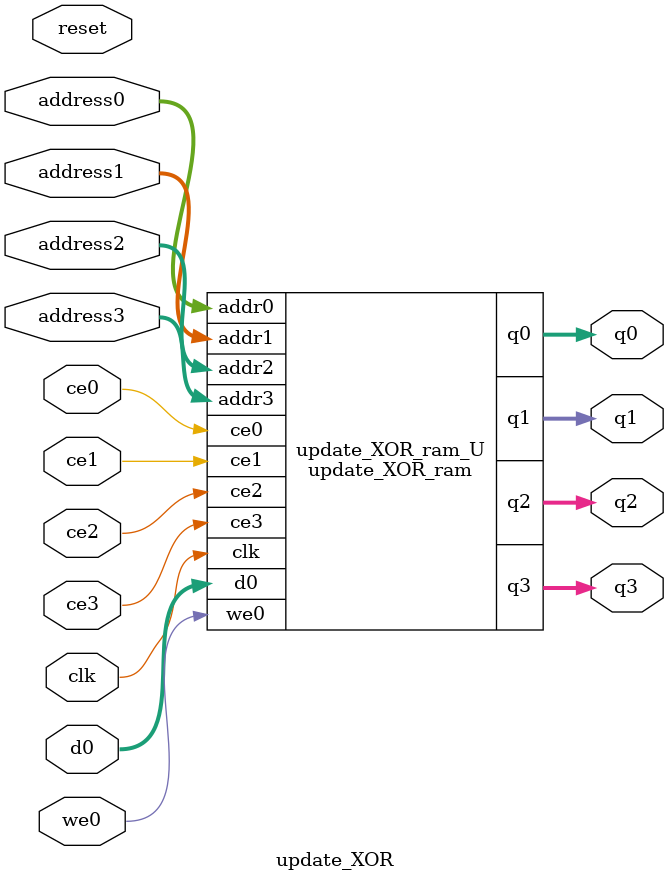
<source format=v>
`timescale 1 ns / 1 ps
module update_XOR_ram (addr0, ce0, d0, we0, q0, addr1, ce1, q1, addr2, ce2, q2, addr3, ce3, q3,  clk);

parameter DWIDTH = 8;
parameter AWIDTH = 4;
parameter MEM_SIZE = 16;

input[AWIDTH-1:0] addr0;
input ce0;
input[DWIDTH-1:0] d0;
input we0;
output reg[DWIDTH-1:0] q0;
input[AWIDTH-1:0] addr1;
input ce1;
output reg[DWIDTH-1:0] q1;
input[AWIDTH-1:0] addr2;
input ce2;
output reg[DWIDTH-1:0] q2;
input[AWIDTH-1:0] addr3;
input ce3;
output reg[DWIDTH-1:0] q3;
input clk;

reg [DWIDTH-1:0] ram0[0:MEM_SIZE-1];
reg [DWIDTH-1:0] ram1[0:MEM_SIZE-1];
reg [DWIDTH-1:0] ram2[0:MEM_SIZE-1];



always @(posedge clk)  
begin 
    if (ce0) begin
        if (we0) 
            ram0[addr0] <= d0; 
        q0 <= ram0[addr0];
    end
end


always @(posedge clk)  
begin 
    if (ce1) begin
        q1 <= ram0[addr1];
    end
end


always @(posedge clk)  
begin 
    if (ce0) begin
        if (we0) 
            ram1[addr0] <= d0; 
    end
end

always @(posedge clk)  
begin 
    if (ce2) begin
        q2 <= ram1[addr2];
    end
end


always @(posedge clk)  
begin 
    if (ce0) begin
        if (we0) 
            ram2[addr0] <= d0; 
    end
end

always @(posedge clk)  
begin 
    if (ce3) begin
        q3 <= ram2[addr3];
    end
end


endmodule

`timescale 1 ns / 1 ps
module update_XOR(
    reset,
    clk,
    address0,
    ce0,
    we0,
    d0,
    q0,
    address1,
    ce1,
    q1,
    address2,
    ce2,
    q2,
    address3,
    ce3,
    q3);

parameter DataWidth = 32'd8;
parameter AddressRange = 32'd16;
parameter AddressWidth = 32'd4;
input reset;
input clk;
input[AddressWidth - 1:0] address0;
input ce0;
input we0;
input[DataWidth - 1:0] d0;
output[DataWidth - 1:0] q0;
input[AddressWidth - 1:0] address1;
input ce1;
output[DataWidth - 1:0] q1;
input[AddressWidth - 1:0] address2;
input ce2;
output[DataWidth - 1:0] q2;
input[AddressWidth - 1:0] address3;
input ce3;
output[DataWidth - 1:0] q3;



update_XOR_ram update_XOR_ram_U(
    .clk( clk ),
    .addr0( address0 ),
    .ce0( ce0 ),
    .we0( we0 ),
    .d0( d0 ),
    .q0( q0 ),
    .addr1( address1 ),
    .ce1( ce1 ),
    .q1( q1 ),
    .addr2( address2 ),
    .ce2( ce2 ),
    .q2( q2 ),
    .addr3( address3 ),
    .ce3( ce3 ),
    .q3( q3 ));

endmodule


</source>
